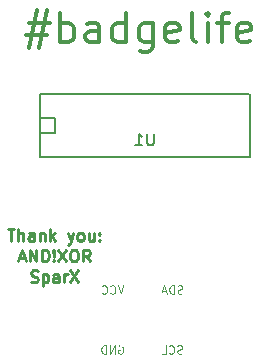
<source format=gbo>
G04 #@! TF.FileFunction,Legend,Bot*
%FSLAX46Y46*%
G04 Gerber Fmt 4.6, Leading zero omitted, Abs format (unit mm)*
G04 Created by KiCad (PCBNEW 4.0.7) date 05/31/18 21:42:14*
%MOMM*%
%LPD*%
G01*
G04 APERTURE LIST*
%ADD10C,0.100000*%
%ADD11C,0.250000*%
%ADD12C,0.300000*%
%ADD13C,0.150000*%
%ADD14C,2.100000*%
%ADD15O,2.100000X2.100000*%
%ADD16R,0.908000X1.543000*%
%ADD17R,1.000000X0.900000*%
G04 APERTURE END LIST*
D10*
D11*
X88442659Y-109376021D02*
X89014088Y-109376021D01*
X88728373Y-110376021D02*
X88728373Y-109376021D01*
X89347421Y-110376021D02*
X89347421Y-109376021D01*
X89775993Y-110376021D02*
X89775993Y-109852211D01*
X89728374Y-109756973D01*
X89633136Y-109709354D01*
X89490278Y-109709354D01*
X89395040Y-109756973D01*
X89347421Y-109804592D01*
X90680755Y-110376021D02*
X90680755Y-109852211D01*
X90633136Y-109756973D01*
X90537898Y-109709354D01*
X90347421Y-109709354D01*
X90252183Y-109756973D01*
X90680755Y-110328402D02*
X90585517Y-110376021D01*
X90347421Y-110376021D01*
X90252183Y-110328402D01*
X90204564Y-110233164D01*
X90204564Y-110137926D01*
X90252183Y-110042688D01*
X90347421Y-109995069D01*
X90585517Y-109995069D01*
X90680755Y-109947450D01*
X91156945Y-109709354D02*
X91156945Y-110376021D01*
X91156945Y-109804592D02*
X91204564Y-109756973D01*
X91299802Y-109709354D01*
X91442660Y-109709354D01*
X91537898Y-109756973D01*
X91585517Y-109852211D01*
X91585517Y-110376021D01*
X92061707Y-110376021D02*
X92061707Y-109376021D01*
X92156945Y-109995069D02*
X92442660Y-110376021D01*
X92442660Y-109709354D02*
X92061707Y-110090307D01*
X93537898Y-109709354D02*
X93775993Y-110376021D01*
X94014089Y-109709354D02*
X93775993Y-110376021D01*
X93680755Y-110614116D01*
X93633136Y-110661735D01*
X93537898Y-110709354D01*
X94537898Y-110376021D02*
X94442660Y-110328402D01*
X94395041Y-110280783D01*
X94347422Y-110185545D01*
X94347422Y-109899830D01*
X94395041Y-109804592D01*
X94442660Y-109756973D01*
X94537898Y-109709354D01*
X94680756Y-109709354D01*
X94775994Y-109756973D01*
X94823613Y-109804592D01*
X94871232Y-109899830D01*
X94871232Y-110185545D01*
X94823613Y-110280783D01*
X94775994Y-110328402D01*
X94680756Y-110376021D01*
X94537898Y-110376021D01*
X95728375Y-109709354D02*
X95728375Y-110376021D01*
X95299803Y-109709354D02*
X95299803Y-110233164D01*
X95347422Y-110328402D01*
X95442660Y-110376021D01*
X95585518Y-110376021D01*
X95680756Y-110328402D01*
X95728375Y-110280783D01*
X96204565Y-110280783D02*
X96252184Y-110328402D01*
X96204565Y-110376021D01*
X96156946Y-110328402D01*
X96204565Y-110280783D01*
X96204565Y-110376021D01*
X96204565Y-109756973D02*
X96252184Y-109804592D01*
X96204565Y-109852211D01*
X96156946Y-109804592D01*
X96204565Y-109756973D01*
X96204565Y-109852211D01*
X89395040Y-111840307D02*
X89871231Y-111840307D01*
X89299802Y-112126021D02*
X89633135Y-111126021D01*
X89966469Y-112126021D01*
X90299802Y-112126021D02*
X90299802Y-111126021D01*
X90871231Y-112126021D01*
X90871231Y-111126021D01*
X91347421Y-112126021D02*
X91347421Y-111126021D01*
X91585516Y-111126021D01*
X91728374Y-111173640D01*
X91823612Y-111268878D01*
X91871231Y-111364116D01*
X91918850Y-111554592D01*
X91918850Y-111697450D01*
X91871231Y-111887926D01*
X91823612Y-111983164D01*
X91728374Y-112078402D01*
X91585516Y-112126021D01*
X91347421Y-112126021D01*
X92347421Y-112030783D02*
X92395040Y-112078402D01*
X92347421Y-112126021D01*
X92299802Y-112078402D01*
X92347421Y-112030783D01*
X92347421Y-112126021D01*
X92347421Y-111745069D02*
X92299802Y-111173640D01*
X92347421Y-111126021D01*
X92395040Y-111173640D01*
X92347421Y-111745069D01*
X92347421Y-111126021D01*
X92728373Y-111126021D02*
X93395040Y-112126021D01*
X93395040Y-111126021D02*
X92728373Y-112126021D01*
X93966468Y-111126021D02*
X94156945Y-111126021D01*
X94252183Y-111173640D01*
X94347421Y-111268878D01*
X94395040Y-111459354D01*
X94395040Y-111792688D01*
X94347421Y-111983164D01*
X94252183Y-112078402D01*
X94156945Y-112126021D01*
X93966468Y-112126021D01*
X93871230Y-112078402D01*
X93775992Y-111983164D01*
X93728373Y-111792688D01*
X93728373Y-111459354D01*
X93775992Y-111268878D01*
X93871230Y-111173640D01*
X93966468Y-111126021D01*
X95395040Y-112126021D02*
X95061706Y-111649830D01*
X94823611Y-112126021D02*
X94823611Y-111126021D01*
X95204564Y-111126021D01*
X95299802Y-111173640D01*
X95347421Y-111221259D01*
X95395040Y-111316497D01*
X95395040Y-111459354D01*
X95347421Y-111554592D01*
X95299802Y-111602211D01*
X95204564Y-111649830D01*
X94823611Y-111649830D01*
X90418849Y-113828402D02*
X90561706Y-113876021D01*
X90799802Y-113876021D01*
X90895040Y-113828402D01*
X90942659Y-113780783D01*
X90990278Y-113685545D01*
X90990278Y-113590307D01*
X90942659Y-113495069D01*
X90895040Y-113447450D01*
X90799802Y-113399830D01*
X90609325Y-113352211D01*
X90514087Y-113304592D01*
X90466468Y-113256973D01*
X90418849Y-113161735D01*
X90418849Y-113066497D01*
X90466468Y-112971259D01*
X90514087Y-112923640D01*
X90609325Y-112876021D01*
X90847421Y-112876021D01*
X90990278Y-112923640D01*
X91418849Y-113209354D02*
X91418849Y-114209354D01*
X91418849Y-113256973D02*
X91514087Y-113209354D01*
X91704564Y-113209354D01*
X91799802Y-113256973D01*
X91847421Y-113304592D01*
X91895040Y-113399830D01*
X91895040Y-113685545D01*
X91847421Y-113780783D01*
X91799802Y-113828402D01*
X91704564Y-113876021D01*
X91514087Y-113876021D01*
X91418849Y-113828402D01*
X92752183Y-113876021D02*
X92752183Y-113352211D01*
X92704564Y-113256973D01*
X92609326Y-113209354D01*
X92418849Y-113209354D01*
X92323611Y-113256973D01*
X92752183Y-113828402D02*
X92656945Y-113876021D01*
X92418849Y-113876021D01*
X92323611Y-113828402D01*
X92275992Y-113733164D01*
X92275992Y-113637926D01*
X92323611Y-113542688D01*
X92418849Y-113495069D01*
X92656945Y-113495069D01*
X92752183Y-113447450D01*
X93228373Y-113876021D02*
X93228373Y-113209354D01*
X93228373Y-113399830D02*
X93275992Y-113304592D01*
X93323611Y-113256973D01*
X93418849Y-113209354D01*
X93514088Y-113209354D01*
X93752183Y-112876021D02*
X94418850Y-113876021D01*
X94418850Y-112876021D02*
X93752183Y-113876021D01*
D12*
X90254678Y-91920286D02*
X92040393Y-91920286D01*
X90968964Y-90848857D02*
X90254678Y-94063143D01*
X91802298Y-92991714D02*
X90016583Y-92991714D01*
X91088012Y-94063143D02*
X91802298Y-90848857D01*
X92873726Y-93586952D02*
X92873726Y-91086952D01*
X92873726Y-92039333D02*
X93111821Y-91920286D01*
X93588012Y-91920286D01*
X93826107Y-92039333D01*
X93945155Y-92158381D01*
X94064202Y-92396476D01*
X94064202Y-93110762D01*
X93945155Y-93348857D01*
X93826107Y-93467905D01*
X93588012Y-93586952D01*
X93111821Y-93586952D01*
X92873726Y-93467905D01*
X96207060Y-93586952D02*
X96207060Y-92277429D01*
X96088012Y-92039333D01*
X95849917Y-91920286D01*
X95373726Y-91920286D01*
X95135631Y-92039333D01*
X96207060Y-93467905D02*
X95968964Y-93586952D01*
X95373726Y-93586952D01*
X95135631Y-93467905D01*
X95016583Y-93229810D01*
X95016583Y-92991714D01*
X95135631Y-92753619D01*
X95373726Y-92634571D01*
X95968964Y-92634571D01*
X96207060Y-92515524D01*
X98468965Y-93586952D02*
X98468965Y-91086952D01*
X98468965Y-93467905D02*
X98230869Y-93586952D01*
X97754679Y-93586952D01*
X97516584Y-93467905D01*
X97397536Y-93348857D01*
X97278488Y-93110762D01*
X97278488Y-92396476D01*
X97397536Y-92158381D01*
X97516584Y-92039333D01*
X97754679Y-91920286D01*
X98230869Y-91920286D01*
X98468965Y-92039333D01*
X100730870Y-91920286D02*
X100730870Y-93944095D01*
X100611822Y-94182190D01*
X100492774Y-94301238D01*
X100254679Y-94420286D01*
X99897536Y-94420286D01*
X99659441Y-94301238D01*
X100730870Y-93467905D02*
X100492774Y-93586952D01*
X100016584Y-93586952D01*
X99778489Y-93467905D01*
X99659441Y-93348857D01*
X99540393Y-93110762D01*
X99540393Y-92396476D01*
X99659441Y-92158381D01*
X99778489Y-92039333D01*
X100016584Y-91920286D01*
X100492774Y-91920286D01*
X100730870Y-92039333D01*
X102873727Y-93467905D02*
X102635632Y-93586952D01*
X102159441Y-93586952D01*
X101921346Y-93467905D01*
X101802298Y-93229810D01*
X101802298Y-92277429D01*
X101921346Y-92039333D01*
X102159441Y-91920286D01*
X102635632Y-91920286D01*
X102873727Y-92039333D01*
X102992775Y-92277429D01*
X102992775Y-92515524D01*
X101802298Y-92753619D01*
X104421346Y-93586952D02*
X104183251Y-93467905D01*
X104064203Y-93229810D01*
X104064203Y-91086952D01*
X105373727Y-93586952D02*
X105373727Y-91920286D01*
X105373727Y-91086952D02*
X105254679Y-91206000D01*
X105373727Y-91325048D01*
X105492775Y-91206000D01*
X105373727Y-91086952D01*
X105373727Y-91325048D01*
X106207060Y-91920286D02*
X107159441Y-91920286D01*
X106564203Y-93586952D02*
X106564203Y-91444095D01*
X106683251Y-91206000D01*
X106921346Y-91086952D01*
X107159441Y-91086952D01*
X108945155Y-93467905D02*
X108707060Y-93586952D01*
X108230869Y-93586952D01*
X107992774Y-93467905D01*
X107873726Y-93229810D01*
X107873726Y-92277429D01*
X107992774Y-92039333D01*
X108230869Y-91920286D01*
X108707060Y-91920286D01*
X108945155Y-92039333D01*
X109064203Y-92277429D01*
X109064203Y-92515524D01*
X107873726Y-92753619D01*
D13*
X108839000Y-97917000D02*
X91186000Y-97917000D01*
X91186000Y-103251000D02*
X108966000Y-103251000D01*
X108966000Y-97917000D02*
X108966000Y-103251000D01*
X91186000Y-103251000D02*
X91186000Y-97917000D01*
X91186000Y-101219000D02*
X92456000Y-101219000D01*
X92456000Y-101219000D02*
X92456000Y-99949000D01*
X92456000Y-99949000D02*
X91186000Y-99949000D01*
D10*
X103227240Y-114827173D02*
X103127240Y-114860507D01*
X102960573Y-114860507D01*
X102893906Y-114827173D01*
X102860573Y-114793840D01*
X102827240Y-114727173D01*
X102827240Y-114660507D01*
X102860573Y-114593840D01*
X102893906Y-114560507D01*
X102960573Y-114527173D01*
X103093906Y-114493840D01*
X103160573Y-114460507D01*
X103193906Y-114427173D01*
X103227240Y-114360507D01*
X103227240Y-114293840D01*
X103193906Y-114227173D01*
X103160573Y-114193840D01*
X103093906Y-114160507D01*
X102927240Y-114160507D01*
X102827240Y-114193840D01*
X102527239Y-114860507D02*
X102527239Y-114160507D01*
X102360573Y-114160507D01*
X102260573Y-114193840D01*
X102193906Y-114260507D01*
X102160573Y-114327173D01*
X102127239Y-114460507D01*
X102127239Y-114560507D01*
X102160573Y-114693840D01*
X102193906Y-114760507D01*
X102260573Y-114827173D01*
X102360573Y-114860507D01*
X102527239Y-114860507D01*
X101860573Y-114660507D02*
X101527239Y-114660507D01*
X101927239Y-114860507D02*
X101693906Y-114160507D01*
X101460573Y-114860507D01*
X103210574Y-119907173D02*
X103110574Y-119940507D01*
X102943907Y-119940507D01*
X102877240Y-119907173D01*
X102843907Y-119873840D01*
X102810574Y-119807173D01*
X102810574Y-119740507D01*
X102843907Y-119673840D01*
X102877240Y-119640507D01*
X102943907Y-119607173D01*
X103077240Y-119573840D01*
X103143907Y-119540507D01*
X103177240Y-119507173D01*
X103210574Y-119440507D01*
X103210574Y-119373840D01*
X103177240Y-119307173D01*
X103143907Y-119273840D01*
X103077240Y-119240507D01*
X102910574Y-119240507D01*
X102810574Y-119273840D01*
X102110573Y-119873840D02*
X102143907Y-119907173D01*
X102243907Y-119940507D01*
X102310573Y-119940507D01*
X102410573Y-119907173D01*
X102477240Y-119840507D01*
X102510573Y-119773840D01*
X102543907Y-119640507D01*
X102543907Y-119540507D01*
X102510573Y-119407173D01*
X102477240Y-119340507D01*
X102410573Y-119273840D01*
X102310573Y-119240507D01*
X102243907Y-119240507D01*
X102143907Y-119273840D01*
X102110573Y-119307173D01*
X101477240Y-119940507D02*
X101810573Y-119940507D01*
X101810573Y-119240507D01*
X97830573Y-119273840D02*
X97897239Y-119240507D01*
X97997239Y-119240507D01*
X98097239Y-119273840D01*
X98163906Y-119340507D01*
X98197239Y-119407173D01*
X98230573Y-119540507D01*
X98230573Y-119640507D01*
X98197239Y-119773840D01*
X98163906Y-119840507D01*
X98097239Y-119907173D01*
X97997239Y-119940507D01*
X97930573Y-119940507D01*
X97830573Y-119907173D01*
X97797239Y-119873840D01*
X97797239Y-119640507D01*
X97930573Y-119640507D01*
X97497239Y-119940507D02*
X97497239Y-119240507D01*
X97097239Y-119940507D01*
X97097239Y-119240507D01*
X96763906Y-119940507D02*
X96763906Y-119240507D01*
X96597240Y-119240507D01*
X96497240Y-119273840D01*
X96430573Y-119340507D01*
X96397240Y-119407173D01*
X96363906Y-119540507D01*
X96363906Y-119640507D01*
X96397240Y-119773840D01*
X96430573Y-119840507D01*
X96497240Y-119907173D01*
X96597240Y-119940507D01*
X96763906Y-119940507D01*
X98230573Y-114160507D02*
X97997240Y-114860507D01*
X97763907Y-114160507D01*
X97130573Y-114793840D02*
X97163907Y-114827173D01*
X97263907Y-114860507D01*
X97330573Y-114860507D01*
X97430573Y-114827173D01*
X97497240Y-114760507D01*
X97530573Y-114693840D01*
X97563907Y-114560507D01*
X97563907Y-114460507D01*
X97530573Y-114327173D01*
X97497240Y-114260507D01*
X97430573Y-114193840D01*
X97330573Y-114160507D01*
X97263907Y-114160507D01*
X97163907Y-114193840D01*
X97130573Y-114227173D01*
X96430573Y-114793840D02*
X96463907Y-114827173D01*
X96563907Y-114860507D01*
X96630573Y-114860507D01*
X96730573Y-114827173D01*
X96797240Y-114760507D01*
X96830573Y-114693840D01*
X96863907Y-114560507D01*
X96863907Y-114460507D01*
X96830573Y-114327173D01*
X96797240Y-114260507D01*
X96730573Y-114193840D01*
X96630573Y-114160507D01*
X96563907Y-114160507D01*
X96463907Y-114193840D01*
X96430573Y-114227173D01*
D13*
X100837905Y-101298761D02*
X100837905Y-102108285D01*
X100790286Y-102203523D01*
X100742667Y-102251142D01*
X100647429Y-102298761D01*
X100456952Y-102298761D01*
X100361714Y-102251142D01*
X100314095Y-102203523D01*
X100266476Y-102108285D01*
X100266476Y-101298761D01*
X99266476Y-102298761D02*
X99837905Y-102298761D01*
X99552191Y-102298761D02*
X99552191Y-101298761D01*
X99647429Y-101441618D01*
X99742667Y-101536856D01*
X99837905Y-101584475D01*
%LPC*%
D10*
G36*
X118360280Y-108754796D02*
X119845204Y-110239720D01*
X118148148Y-111936776D01*
X116663224Y-110451852D01*
X118360280Y-108754796D01*
X118360280Y-108754796D01*
G37*
G36*
X115531852Y-111583224D02*
X117016776Y-113068148D01*
X115319720Y-114765204D01*
X113834796Y-113280280D01*
X115531852Y-111583224D01*
X115531852Y-111583224D01*
G37*
D14*
X101107240Y-115813840D03*
D15*
X101107240Y-118353840D03*
X98567240Y-115813840D03*
X98567240Y-118353840D03*
D16*
X91821000Y-97028000D03*
X93091000Y-97028000D03*
X94361000Y-97028000D03*
X95631000Y-97028000D03*
X96901000Y-97028000D03*
X98171000Y-97028000D03*
X99441000Y-97028000D03*
X100711000Y-97028000D03*
X101981000Y-97028000D03*
X103251000Y-97028000D03*
X104521000Y-97028000D03*
X105791000Y-97028000D03*
X107061000Y-97028000D03*
X108331000Y-97028000D03*
X108331000Y-104140000D03*
X107061000Y-104140000D03*
X105791000Y-104140000D03*
X104521000Y-104140000D03*
X103251000Y-104140000D03*
X101981000Y-104140000D03*
X100711000Y-104140000D03*
X99441000Y-104140000D03*
X98171000Y-104140000D03*
X96901000Y-104140000D03*
X95631000Y-104140000D03*
X94361000Y-104140000D03*
X93091000Y-104140000D03*
X91821000Y-104140000D03*
D17*
X99729200Y-109220000D03*
X100829200Y-109220000D03*
D10*
G36*
X112502895Y-114568359D02*
X113221137Y-116541713D01*
X110965875Y-117362561D01*
X110247633Y-115389207D01*
X112502895Y-114568359D01*
X112502895Y-114568359D01*
G37*
G36*
X108744125Y-115936439D02*
X109462367Y-117909793D01*
X107207105Y-118730641D01*
X106488863Y-116757287D01*
X108744125Y-115936439D01*
X108744125Y-115936439D01*
G37*
G36*
X120309572Y-100317011D02*
X122389135Y-100609274D01*
X122055120Y-102985917D01*
X119975557Y-102693654D01*
X120309572Y-100317011D01*
X120309572Y-100317011D01*
G37*
G36*
X119752880Y-104278083D02*
X121832443Y-104570346D01*
X121498428Y-106946989D01*
X119418865Y-106654726D01*
X119752880Y-104278083D01*
X119752880Y-104278083D01*
G37*
G36*
X116248551Y-92884125D02*
X118009759Y-91740383D01*
X119316893Y-93753193D01*
X117555685Y-94896935D01*
X116248551Y-92884125D01*
X116248551Y-92884125D01*
G37*
G36*
X118427107Y-96238807D02*
X120188315Y-95095065D01*
X121495449Y-97107875D01*
X119734241Y-98251617D01*
X118427107Y-96238807D01*
X118427107Y-96238807D01*
G37*
G36*
X107400065Y-87991244D02*
X108287564Y-86087998D01*
X110462703Y-87102282D01*
X109575204Y-89005528D01*
X107400065Y-87991244D01*
X107400065Y-87991244D01*
G37*
G36*
X111025297Y-89681718D02*
X111912796Y-87778472D01*
X114087935Y-88792756D01*
X113200436Y-90696002D01*
X111025297Y-89681718D01*
X111025297Y-89681718D01*
G37*
G36*
X89622281Y-86898673D02*
X90672281Y-88717327D01*
X88593821Y-89917327D01*
X87543821Y-88098673D01*
X89622281Y-86898673D01*
X89622281Y-86898673D01*
G37*
G36*
X86158179Y-88898673D02*
X87208179Y-90717327D01*
X85129719Y-91917327D01*
X84079719Y-90098673D01*
X86158179Y-88898673D01*
X86158179Y-88898673D01*
G37*
G36*
X81462673Y-92207719D02*
X83281327Y-93257719D01*
X82081327Y-95336179D01*
X80262673Y-94286179D01*
X81462673Y-92207719D01*
X81462673Y-92207719D01*
G37*
G36*
X79462673Y-95671821D02*
X81281327Y-96721821D01*
X80081327Y-98800281D01*
X78262673Y-97750281D01*
X79462673Y-95671821D01*
X79462673Y-95671821D01*
G37*
G36*
X77658278Y-100662945D02*
X79726374Y-100298284D01*
X80143130Y-102661823D01*
X78075034Y-103026484D01*
X77658278Y-100662945D01*
X77658278Y-100662945D01*
G37*
G36*
X78352870Y-104602177D02*
X80420966Y-104237516D01*
X80837722Y-106601055D01*
X78769626Y-106965716D01*
X78352870Y-104602177D01*
X78352870Y-104602177D01*
G37*
G36*
X80306796Y-110239720D02*
X81791720Y-108754796D01*
X83488776Y-110451852D01*
X82003852Y-111936776D01*
X80306796Y-110239720D01*
X80306796Y-110239720D01*
G37*
G36*
X83135224Y-113068148D02*
X84620148Y-111583224D01*
X86317204Y-113280280D01*
X84832280Y-114765204D01*
X83135224Y-113068148D01*
X83135224Y-113068148D01*
G37*
G36*
X88073863Y-116732213D02*
X88792105Y-114758859D01*
X91047367Y-115579707D01*
X90329125Y-117553061D01*
X88073863Y-116732213D01*
X88073863Y-116732213D01*
G37*
G36*
X91832633Y-118100293D02*
X92550875Y-116126939D01*
X94806137Y-116947787D01*
X94087895Y-118921141D01*
X91832633Y-118100293D01*
X91832633Y-118100293D01*
G37*
M02*

</source>
